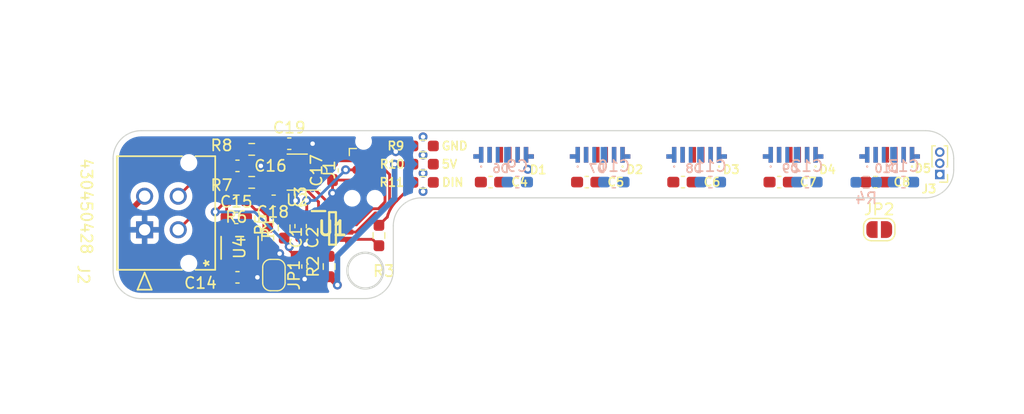
<source format=kicad_pcb>
(kicad_pcb (version 20221018) (generator pcbnew)
  (layers (0 "F.Cu" signal) (31 "B.Cu" signal) (34 "B.Paste" user) (35 "F.Paste" user) (36 "B.SilkS" user "B.Silkscreen") (37 "F.SilkS" user "F.Silkscreen") (38 "B.Mask" user) (39 "F.Mask" user) (44 "Edge.Cuts" user))
  (net 0 "")
  (net 1 "+3.3V")
  (net 2 "GND")
  (net 3 "+5V")
  (net 5 "Net-(D1-DOUT)")
  (net 6 "Net-(D1-DIN)")
  (net 8 "Net-(D2-DOUT)")
  (net 10 "Net-(D3-DOUT)")
  (net 12 "Net-(D4-DOUT)")
  (net 14 "Net-(D5-DOUT)")
  (net 16 "Net-(U2-CANH)")
  (net 17 "Net-(U2-CANL)")
  (net 18 "Net-(U1-PA0)")
  (net 19 "Net-(U1-PA27_{slash}_A0{slash}UART_TX)")
  (net 20 "Net-(U1-PA24_{slash}_A3{slash}UART_RX)")
  (net 21 "Net-(D6-DOUT)")
  (net 23 "Net-(D7-DOUT)")
  (net 25 "Net-(D8-DOUT)")
  (net 27 "Net-(D10-DIN)")
  (net 29 "Net-(D10-DOUT)")
  (net 30 "Net-(U4-NC{slash}FB)")
  (net 31 "Net-(JP1-A)")
  (net 32 "Net-(JP2-A)")
  (net 33 "Net-(C16-Pad1)")
  (net 34 "Net-(U2-STB)")
  (net 35 "Net-(U2-SHDN)")
  (net 36 "Net-(J1-~{RESET})")
  (net 37 "Net-(J1-SWCLK)")
  (net 38 "Net-(J1-SWDIO)")
  (net 40 "GND2")
  (net 41 "VDD")
  (net 42 "Net-(R11-Pad2)")
  (footprint "Capacitor_SMD:C_0603_1608Metric_Pad1.08x0.95mm_HandSolder" (layer "F.Cu") (at 81.4567 57.6834)
    (fp_text reference "C4" (at 2.5919 0) (layer "F.SilkS") (effects (font (size 0.75 0.75))))
    (fp_text value "1uF")
    (pad "1" smd roundrect (at -0.8625 0) (size 1.075 0.95) (layers "F.Cu" "F.Paste" "F.Mask") (net 41 "VDD"))
    (pad "2" smd roundrect (at 0.8625 0) (size 1.075 0.95) (layers "F.Cu" "F.Paste" "F.Mask") (net 40 "GND2"))
  )
  (footprint "Capacitor_SMD:C_0603_1608Metric_Pad1.08x0.95mm_HandSolder" (layer "F.Cu") (at 58.8772 56.2356)
    (fp_text reference "C16" (at 2.9464 0) (layer "F.SilkS"))
    (fp_text value "1uF")
    (pad "1" smd roundrect (at -0.8625 0) (size 1.075 0.95) (layers "F.Cu" "F.Paste" "F.Mask") (net 33 "Net-(C16-Pad1)"))
    (pad "2" smd roundrect (at 0.8625 0) (size 1.075 0.95) (layers "F.Cu" "F.Paste" "F.Mask") (net 2 "GND"))
  )
  (footprint "TPS76333DBVR:DBV5" (layer "F.Cu") (at 59.069999 63.5576 90)
    (fp_text reference "U4" (at 0 0 90 unlocked) (layer "F.SilkS"))
    (fp_text value "TPS76333DBVR")
    (fp_text user "*" (at -1.3716 -2.6518 90) (layer "F.SilkS"))
    (fp_text user "*" (at -1.3716 -2.6518 90 unlocked) (layer "F.SilkS"))
    (pad "1" smd rect (at -1.1176 -0.950001 90) (size 1.4732 0.5588) (layers "F.Cu" "F.Paste" "F.Mask") (net 3 "+5V"))
    (pad "2" smd rect (at -1.1176 0 90) (size 1.4732 0.5588) (layers "F.Cu" "F.Paste" "F.Mask") (net 2 "GND"))
    (pad "3" smd rect (at -1.1176 0.950001 90) (size 1.4732 0.5588) (layers "F.Cu" "F.Paste" "F.Mask") (net 31 "Net-(JP1-A)"))
    (pad "4" smd rect (at 1.1176 0.950001 90) (size 1.4732 0.5588) (layers "F.Cu" "F.Paste" "F.Mask") (net 30 "Net-(U4-NC{slash}FB)"))
    (pad "5" smd rect (at 1.1176 -0.950001 90) (size 1.4732 0.5588) (layers "F.Cu" "F.Paste" "F.Mask") (net 1 "+3.3V"))
  )
  (footprint "Resistor_SMD:R_0603_1608Metric_Pad0.98x0.95mm_HandSolder" (layer "F.Cu") (at 58.773473 59.369105 180)
    (fp_text reference "R6" (at 0 -1.43) (layer "F.SilkS"))
    (fp_text value "301K")
    (pad "1" smd roundrect (at -0.9125 0 180) (size 0.975 0.95) (layers "F.Cu" "F.Paste" "F.Mask") (net 30 "Net-(U4-NC{slash}FB)"))
    (pad "2" smd roundrect (at 0.9125 0 180) (size 0.975 0.95) (layers "F.Cu" "F.Paste" "F.Mask") (net 1 "+3.3V"))
  )
  (footprint "Resistor_SMD:R_0603_1608Metric_Pad0.98x0.95mm_HandSolder" (layer "F.Cu") (at 75.438 56.0832)
    (fp_text reference "R10" (at -1.5748 0) (layer "F.SilkS") (effects (font (size 0.75 0.75) (thickness 0.15) bold) (justify right)))
    (fp_text value "0")
    (pad "1" smd roundrect (at -0.9125 0) (size 0.975 0.95) (layers "F.Cu" "F.Paste" "F.Mask") (net 3 "+5V"))
    (pad "2" smd roundrect (at 0.9125 0) (size 0.975 0.95) (layers "F.Cu" "F.Paste" "F.Mask") (net 41 "VDD"))
  )
  (footprint "Resistor_SMD:R_0603_1608Metric_Pad0.98x0.95mm_HandSolder" (layer "F.Cu") (at 60.1472 57.7088)
    (fp_text reference "R7" (at -2.6943 0.254 -360) (layer "F.SilkS"))
    (fp_text value "60")
    (pad "1" smd roundrect (at -0.9125 0) (size 0.975 0.95) (layers "F.Cu" "F.Paste" "F.Mask") (net 33 "Net-(C16-Pad1)"))
    (pad "2" smd roundrect (at 0.9125 0) (size 0.975 0.95) (layers "F.Cu" "F.Paste" "F.Mask") (net 16 "Net-(U2-CANH)"))
  )
  (footprint "Capacitor_SMD:C_0603_1608Metric_Pad1.08x0.95mm_HandSolder" (layer "F.Cu") (at 62.1075 59.360001)
    (fp_text reference "C18" (at -0.0807 0.990399 -360) (layer "F.SilkS"))
    (fp_text value "1uF")
    (pad "1" smd roundrect (at -0.8625 0) (size 1.075 0.95) (layers "F.Cu" "F.Paste" "F.Mask") (net 34 "Net-(U2-STB)"))
    (pad "2" smd roundrect (at 0.8625 0) (size 1.075 0.95) (layers "F.Cu" "F.Paste" "F.Mask") (net 2 "GND"))
  )
  (footprint "Jumper:SolderJumper-2_P1.3mm_Open_RoundedPad1.0x1.5mm" (layer "F.Cu") (at 116.1392 61.9252)
    (fp_text reference "JP2" (at 0 -1.8) (layer "F.SilkS"))
    (fp_text value "SolderJumper_2_Open")
    (pad "1" smd custom (at -0.65 0) (size 1 0.5) (layers "F.Cu" "F.Mask") (net 32 "Net-(JP2-A)") (options (clearance outline) (anchor rect)) (primitives (gr_circle (center 0 0.25) (end 0.5 0.25) (width 0) (fill yes)) (gr_circle (center 0 -0.25) (end 0.5 -0.25) (width 0) (fill yes)) (gr_poly (pts (xy 0.5 0.75) (xy 0 0.75) (xy 0 -0.75) (xy 0.5 -0.75)) (width 0) (fill yes))))
    (pad "2" smd custom (at 0.65 0) (size 1 0.5) (layers "F.Cu" "F.Mask") (net 40 "GND2") (options (clearance outline) (anchor rect)) (primitives (gr_circle (center 0 0.25) (end 0.5 0.25) (width 0) (fill yes)) (gr_circle (center 0 -0.25) (end 0.5 -0.25) (width 0) (fill yes)) (gr_poly (pts (xy 0 0.75) (xy -0.5 0.75) (xy -0.5 -0.75) (xy 0 -0.75)) (width 0) (fill yes))))
  )
  (footprint "Capacitor_SMD:C_0603_1608Metric_Pad1.08x0.95mm_HandSolder" (layer "F.Cu") (at 90.042525 57.6834)
    (fp_text reference "C5" (at 2.591275 0) (layer "F.SilkS") (effects (font (size 0.75 0.75))))
    (fp_text value "1uF")
    (pad "1" smd roundrect (at -0.8625 0) (size 1.075 0.95) (layers "F.Cu" "F.Paste" "F.Mask") (net 41 "VDD"))
    (pad "2" smd roundrect (at 0.8625 0) (size 1.075 0.95) (layers "F.Cu" "F.Paste" "F.Mask") (net 40 "GND2"))
  )
  (footprint "Capacitor_SMD:C_0603_1608Metric_Pad1.08x0.95mm_HandSolder" (layer "F.Cu") (at 58.774501 60.8801)
    (fp_text reference "C15" (at 0 -1.43) (layer "F.SilkS"))
    (fp_text value "4.7uF")
    (pad "1" smd roundrect (at -0.8625 0) (size 1.075 0.95) (layers "F.Cu" "F.Paste" "F.Mask") (net 1 "+3.3V"))
    (pad "2" smd roundrect (at 0.8625 0) (size 1.075 0.95) (layers "F.Cu" "F.Paste" "F.Mask") (net 2 "GND"))
  )
  (footprint "Capacitor_SMD:C_0603_1608Metric_Pad1.08x0.95mm_HandSolder" (layer "F.Cu") (at 63.5 54.2544)
    (fp_text reference "C19" (at 0 -1.43 -360) (layer "F.SilkS"))
    (fp_text value "1uF")
    (pad "1" smd roundrect (at -0.8625 0) (size 1.075 0.95) (layers "F.Cu" "F.Paste" "F.Mask") (net 35 "Net-(U2-SHDN)"))
    (pad "2" smd roundrect (at 0.8625 0) (size 1.075 0.95) (layers "F.Cu" "F.Paste" "F.Mask") (net 2 "GND"))
  )
  (footprint "Capacitor_SMD:C_0603_1608Metric_Pad1.08x0.95mm_HandSolder" (layer "F.Cu") (at 67.3608 56.642 90)
    (fp_text reference "C17" (at 0 -1.43 -270) (layer "F.SilkS"))
    (fp_text value "1uF")
    (pad "1" smd roundrect (at -0.8625 0 90) (size 1.075 0.95) (layers "F.Cu" "F.Paste" "F.Mask") (net 2 "GND"))
    (pad "2" smd roundrect (at 0.8625 0 90) (size 1.075 0.95) (layers "F.Cu" "F.Paste" "F.Mask") (net 1 "+3.3V"))
  )
  (footprint "430450428:CON_430450428_MOL" (layer "F.Cu") (at 50.594001 61.945649 -90)
    (fp_text reference "J2" (at 3.999999 5.46 -90 unlocked) (layer "F.SilkS"))
    (fp_text value "430450428")
    (fp_text user "430450428" (at -2.1 5.2 -90 unlocked) (layer "F.SilkS"))
    (pad "" np_thru_hole circle (at -5.999983 -3.94 270) (size 1.02 1.02) (drill 1.02) (layers "*.Cu" "*.Mask"))
    (pad "" np_thru_hole circle (at 2.999999 -3.94 270) (size 1.02 1.02) (drill 1.02) (layers "*.Cu" "*.Mask"))
    (pad "1" thru_hole rect (at 0 0 270) (size 1.52 1.52) (drill 1.02) (layers "*.Cu" "*.Mask") (net 2 "GND"))
    (pad "2" thru_hole circle (at -2.999999 0 270) (size 1.52 1.52) (drill 1.02) (layers "*.Cu" "*.Mask") (net 3 "+5V"))
    (pad "3" thru_hole circle (at 0 -2.999999 270) (size 1.52 1.52) (drill 1.02) (layers "*.Cu" "*.Mask") (net 16 "Net-(U2-CANH)"))
    (pad "4" thru_hole circle (at -2.999999 -2.999999 270) (size 1.52 1.52) (drill 1.02) (layers "*.Cu" "*.Mask") (net 17 "Net-(U2-CANL)"))
  )
  (footprint "Capacitor_SMD:C_0603_1608Metric_Pad1.08x0.95mm_HandSolder" (layer "F.Cu") (at 58.8772 66.1924)
    (fp_text reference "C14" (at -3.302 0.508) (layer "F.SilkS"))
    (fp_text value "1uF")
    (pad "1" smd roundrect (at -0.8625 0) (size 1.075 0.95) (layers "F.Cu" "F.Paste" "F.Mask") (net 3 "+5V"))
    (pad "2" smd roundrect (at 0.8625 0) (size 1.075 0.95) (layers "F.Cu" "F.Paste" "F.Mask") (net 2 "GND"))
  )
  (footprint "Resistor_SMD:R_0603_1608Metric_Pad0.98x0.95mm_HandSolder" (layer "F.Cu") (at 75.438 54.4576 180)
    (fp_text reference "R9" (at 1.6002 0 180) (layer "F.SilkS") (effects (font (size 0.75 0.75) (thickness 0.15) bold) (justify right)))
    (fp_text value "0")
    (pad "1" smd roundrect (at -0.9125 0 180) (size 0.975 0.95) (layers "F.Cu" "F.Paste" "F.Mask") (net 40 "GND2"))
    (pad "2" smd roundrect (at 0.9125 0 180) (size 0.975 0.95) (layers "F.Cu" "F.Paste" "F.Mask") (net 2 "GND"))
  )
  (footprint "Capacitor_SMD:C_0603_1608Metric_Pad1.08x0.95mm_HandSolder" (layer "F.Cu") (at 115.8 57.6834)
    (fp_text reference "C8" (at 2.3608 0) (layer "F.SilkS") (effects (font (size 0.75 0.75))))
    (fp_text value "1uF")
    (pad "1" smd roundrect (at -0.8625 0) (size 1.075 0.95) (layers "F.Cu" "F.Paste" "F.Mask") (net 41 "VDD"))
    (pad "2" smd roundrect (at 0.8625 0) (size 1.075 0.95) (layers "F.Cu" "F.Paste" "F.Mask") (net 40 "GND2"))
  )
  (footprint "Capacitor_SMD:C_0603_1608Metric_Pad1.08x0.95mm_HandSolder" (layer "F.Cu") (at 98.62835 57.6834)
    (fp_text reference "C6" (at 2.59065 0) (layer "F.SilkS") (effects (font (size 0.75 0.75))))
    (fp_text value "1uF")
    (pad "1" smd roundrect (at -0.8625 0) (size 1.075 0.95) (layers "F.Cu" "F.Paste" "F.Mask") (net 41 "VDD"))
    (pad "2" smd roundrect (at 0.8625 0) (size 1.075 0.95) (layers "F.Cu" "F.Paste" "F.Mask") (net 40 "GND2"))
  )
  (footprint "Package_TO_SOT_SMD:SOT-23-8_Handsoldering" (layer "F.Cu") (at 64.2112 56.7944 180)
    (fp_text reference "U2" (at 0 -2.5) (layer "F.SilkS"))
    (fp_text value "TCAN334")
    (pad "1" smd rect (at -1.35 -0.98 180) (size 1.56 0.4) (layers "F.Cu" "F.Paste" "F.Mask") (net 20 "Net-(U1-PA24_{slash}_A3{slash}UART_RX)"))
    (pad "2" smd rect (at -1.35 -0.33 180) (size 1.56 0.4) (layers "F.Cu" "F.Paste" "F.Mask") (net 2 "GND"))
    (pad "3" smd rect (at -1.35 0.33 180) (size 1.56 0.4) (layers "F.Cu" "F.Paste" "F.Mask") (net 1 "+3.3V"))
    (pad "4" smd rect (at -1.35 0.98 180) (size 1.56 0.4) (layers "F.Cu" "F.Paste" "F.Mask") (net 19 "Net-(U1-PA27_{slash}_A0{slash}UART_TX)"))
    (pad "5" smd rect (at 1.35 0.98 180) (size 1.56 0.4) (layers "F.Cu" "F.Paste" "F.Mask") (net 35 "Net-(U2-SHDN)"))
    (pad "6" smd rect (at 1.35 0.33 180) (size 1.56 0.4) (layers "F.Cu" "F.Paste" "F.Mask") (net 17 "Net-(U2-CANL)"))
    (pad "7" smd rect (at 1.35 -0.33 180) (size 1.56 0.4) (layers "F.Cu" "F.Paste" "F.Mask") (net 16 "Net-(U2-CANH)"))
    (pad "8" smd rect (at 1.35 -0.98 180) (size 1.56 0.4) (layers "F.Cu" "F.Paste" "F.Mask") (net 34 "Net-(U2-STB)"))
  )
  (footprint "Capacitor_SMD:C_0603_1608Metric_Pad1.08x0.95mm_HandSolder" (layer "F.Cu") (at 107.214175 57.6834)
    (fp_text reference "C7" (at 2.590025 0) (layer "F.SilkS") (effects (font (size 0.75 0.75))))
    (fp_text value "1uF")
    (pad "1" smd roundrect (at -0.8625 0) (size 1.075 0.95) (layers "F.Cu" "F.Paste" "F.Mask") (net 41 "VDD"))
    (pad "2" smd roundrect (at 0.8625 0) (size 1.075 0.95) (layers "F.Cu" "F.Paste" "F.Mask") (net 40 "GND2"))
  )
  (footprint "Resistor_SMD:R_0603_1608Metric_Pad0.98x0.95mm_HandSolder" (layer "F.Cu") (at 61.58 62.6475 -90)
    (fp_text reference "R5" (at -1.1795 0.62 90) (layer "F.SilkS"))
    (fp_text value "169K")
    (pad "1" smd roundrect (at -0.9125 0 270) (size 0.975 0.95) (layers "F.Cu" "F.Paste" "F.Mask") (net 30 "Net-(U4-NC{slash}FB)"))
    (pad "2" smd roundrect (at 0.9125 0 270) (size 0.975 0.95) (layers "F.Cu" "F.Paste" "F.Mask") (net 2 "GND"))
  )
  (footprint "Resistor_SMD:R_0603_1608Metric_Pad0.98x0.95mm_HandSolder" (layer "F.Cu") (at 60.1472 54.7624 180)
    (fp_text reference "R8" (at 2.6924 0.3556) (layer "F.SilkS"))
    (fp_text value "60")
    (pad "1" smd roundrect (at -0.9125 0 180) (size 0.975 0.95) (layers "F.Cu" "F.Paste" "F.Mask") (net 17 "Net-(U2-CANL)"))
    (pad "2" smd roundrect (at 0.9125 0 180) (size 0.975 0.95) (layers "F.Cu" "F.Paste" "F.Mask") (net 33 "Net-(C16-Pad1)"))
  )
  (footprint "IN-PI4818QAS5R5G5BPW:INPI4818QAS5R5G5BPW" (layer "F.Cu") (at 108.45545 54.945 180)
    (fp_text reference "D4" (at -3.066801 -1.6208) (layer "F.SilkS") (effects (font (size 0.75 0.75) (thickness 0.15) bold)))
    (fp_text value "~" hide)
    (pad "1" smd rect (at -2.45 -0.45 270) (size 0.4 0.5) (layers "F.Cu" "F.Paste" "F.Mask") (net 41 "VDD"))
    (pad "1" smd rect (at -2 -0.3 180) (size 0.4 1.4) (layers "F.Cu" "F.Paste" "F.Mask") (net 41 "VDD"))
    (pad "2" smd rect (at -1.25 -0.3 180) (size 0.4 1.4) (layers "F.Cu" "F.Paste" "F.Mask"))
    (pad "3" smd rect (at -0.525 -0.3 180) (size 0.35 1.4) (layers "F.Cu" "F.Paste" "F.Mask") (net 12 "Net-(D4-DOUT)"))
    (pad "4" smd rect (at 0.35 -0.3 180) (size 0.6 1.4) (layers "F.Cu" "F.Paste" "F.Mask") (net 40 "GND2"))
    (pad "5" smd rect (at 1.25 -0.3 180) (size 0.4 1.4) (layers "F.Cu" "F.Paste" "F.Mask") (net 41 "VDD"))
    (pad "6" smd rect (at 2 -0.3 180) (size 0.4 1.4) (layers "F.Cu" "F.Paste" "F.Mask") (net 10 "Net-(D3-DOUT)"))
    (pad "6" smd rect (at 2.45 -0.45 270) (size 0.4 0.5) (layers "F.Cu" "F.Paste" "F.Mask") (net 10 "Net-(D3-DOUT)"))
  )
  (footprint "Connector_PinHeader_1.00mm:PinHeader_1x03_P1.00mm_Vertical" (layer "F.Cu") (at 121.539 57.007 180)
    (fp_text reference "J3" (at 0.9652 -1.286) (layer "F.SilkS") (effects (font (size 0.75 0.75))))
    (fp_text value "Conn_01x03_Socket")
    (pad "1" thru_hole rect (at 0 0 180) (size 0.85 0.85) (drill 0.5) (layers "*.Cu" "*.Mask") (net 40 "GND2"))
    (pad "2" thru_hole oval (at 0 1 180) (size 0.85 0.85) (drill 0.5) (layers "*.Cu" "*.Mask") (net 41 "VDD"))
    (pad "3" thru_hole oval (at 0 2 180) (size 0.85 0.85) (drill 0.5) (layers "*.Cu" "*.Mask") (net 29 "Net-(D10-DOUT)"))
  )
  (footprint "MSPM0C1103SDDFR:SOT65P280X110-8N" (layer "F.Cu") (at 67.3608 61.8236)
    (fp_text reference "U1" (at 0 0) (layer "F.SilkS") (effects (font (size 1.27 1.27) (thickness 0.254))))
    (fp_text value "MSPM0C1103SDDFR" hide)
    (pad "1" smd rect (at -1.25 -0.975 90) (size 0.45 1.2) (layers "F.Cu" "F.Paste" "F.Mask") (net 19 "Net-(U1-PA27_{slash}_A0{slash}UART_TX)"))
    (pad "2" smd rect (at -1.25 -0.325 90) (size 0.45 1.2) (layers "F.Cu" "F.Paste" "F.Mask") (net 36 "Net-(J1-~{RESET})"))
    (pad "3" smd rect (at -1.25 0.325 90) (size 0.45 1.2) (layers "F.Cu" "F.Paste" "F.Mask") (net 2 "GND"))
    (pad "4" smd rect (at -1.25 0.975 90) (size 0.45 1.2) (layers "F.Cu" "F.Paste" "F.Mask") (net 1 "+3.3V"))
    (pad "5" smd rect (at 1.25 0.975 90) (size 0.45 1.2) (layers "F.Cu" "F.Paste" "F.Mask") (net 18 "Net-(U1-PA0)"))
    (pad "6" smd rect (at 1.25 0.325 90) (size 0.45 1.2) (layers "F.Cu" "F.Paste" "F.Mask") (net 38 "Net-(J1-SWDIO)"))
    (pad "7" smd rect (at 1.25 -0.325 90) (size 0.45 1.2) (layers "F.Cu" "F.Paste" "F.Mask") (net 37 "Net-(J1-SWCLK)"))
    (pad "8" smd rect (at 1.25 -0.975 90) (size 0.45 1.2) (layers "F.Cu" "F.Paste" "F.Mask") (net 20 "Net-(U1-PA24_{slash}_A3{slash}UART_RX)"))
  )
  (footprint "Connector:Tag-Connect_TC2030-IDC-NL_2x03_P1.27mm_Vertical" (layer "F.Cu") (at 70.1294 56.5912 -90)
    (fp_text reference "J1" (at 0 3.0556 90) (layer "F.SilkS"))
    (fp_text value "Conn_ARM_SWD_TagConnect_TC2030-NL")
    (pad "" np_thru_hole circle (at -2.54 0 270) (size 0.9906 0.9906) (drill 0.9906) (layers "*.Cu" "*.Mask"))
    (pad "" np_thru_hole circle (at 2.54 -1.016 270) (size 0.9906 0.9906) (drill 0.9906) (layers "*.Cu" "*.Mask"))
    (pad "" np_thru_hole circle (at 2.54 1.016 270) (size 0.9906 0.9906) (drill 0.9906) (layers "*.Cu" "*.Mask"))
    (pad "1" connect circle (at -1.27 0.635 270) (size 0.7874 0.7874) (layers "F.Cu" "F.Mask") (net 1 "+3.3V"))
    (pad "2" connect circle (at -1.27 -0.635 270) (size 0.7874 0.7874) (layers "F.Cu" "F.Mask") (net 38 "Net-(J1-SWDIO)"))
    (pad "3" connect circle (at 0 0.635 270) (size 0.7874 0.7874) (layers "F.Cu" "F.Mask") (net 36 "Net-(J1-~{RESET})"))
    (pad "4" connect circle (at 0 -0.635 270) (size 0.7874 0.7874) (layers "F.Cu" "F.Mask") (net 37 "Net-(J1-SWCLK)"))
    (pad "5" connect circle (at 1.27 0.635 270) (size 0.7874 0.7874) (layers "F.Cu" "F.Mask") (net 2 "GND"))
    (pad "6" connect circle (at 1.27 -0.635 270) (size 0.7874 0.7874) (layers "F.Cu" "F.Mask"))
  )
  (footprint "IN-PI4818QAS5R5G5BPW:INPI4818QAS5R5G5BPW" (layer "F.Cu") (at 91.23595 54.945 180)
    (fp_text reference "D2" (at -3.092201 -1.6208) (layer "F.SilkS") (effects (font (size 0.75 0.75) (thickness 0.15) bold)))
    (fp_text value "~" hide)
    (pad "1" smd rect (at -2.45 -0.45 270) (size 0.4 0.5) (layers "F.Cu" "F.Paste" "F.Mask") (net 41 "VDD"))
    (pad "1" smd rect (at -2 -0.3 180) (size 0.4 1.4) (layers "F.Cu" "F.Paste" "F.Mask") (net 41 "VDD"))
    (pad "2" smd rect (at -1.25 -0.3 180) (size 0.4 1.4) (layers "F.Cu" "F.Paste" "F.Mask"))
    (pad "3" smd rect (at -0.525 -0.3 180) (size 0.35 1.4) (layers "F.Cu" "F.Paste" "F.Mask") (net 8 "Net-(D2-DOUT)"))
    (pad "4" smd rect (at 0.35 -0.3 180) (size 0.6 1.4) (layers "F.Cu" "F.Paste" "F.Mask") (net 40 "GND2"))
    (pad "5" smd rect (at 1.25 -0.3 180) (size 0.4 1.4) (layers "F.Cu" "F.Paste" "F.Mask") (net 41 "VDD"))
    (pad "6" smd rect (at 2 -0.3 180) (size 0.4 1.4) (layers "F.Cu" "F.Paste" "F.Mask") (net 5 "Net-(D1-DOUT)"))
    (pad "6" smd rect (at 2.45 -0.45 270) (size 0.4 0.5) (layers "F.Cu" "F.Paste" "F.Mask") (net 5 "Net-(D1-DOUT)"))
  )
  (footprint "Capacitor_SMD:C_0603_1608Metric_Pad1.08x0.95mm_HandSolder" (layer "F.Cu") (at 64.1096 65.2272 -90)
    (fp_text reference "C1" (at -2.5908 0 90) (layer "F.SilkS"))
    (fp_text value "10uF")
    (pad "1" smd roundrect (at -0.8625 0 270) (size 1.075 0.95) (layers "F.Cu" "F.Paste" "F.Mask") (net 1 "+3.3V"))
    (pad "2" smd roundrect (at 0.8625 0 270) (size 1.075 0.95) (layers "F.Cu" "F.Paste" "F.Mask") (net 2 "GND"))
  )
  (footprint "Resistor_SMD:R_0603_1608Metric_Pad0.98x0.95mm_HandSolder" (layer "F.Cu") (at 75.438 57.7088 180)
    (fp_text reference "R11" (at 1.6002 0 180) (layer "F.SilkS") (effects (font (size 0.75 0.75)) (justify right)))
    (fp_text value "0")
    (pad "1" smd roundrect (at -0.9125 0 180) (size 0.975 0.95) (layers "F.Cu" "F.Paste" "F.Mask") (net 6 "Net-(D1-DIN)"))
    (pad "2" smd roundrect (at 0.9125 0 180) (size 0.975 0.95) (layers "F.Cu" "F.Paste" "F.Mask") (net 42 "Net-(R11-Pad2)"))
  )
  (footprint "Resistor_SMD:R_0603_1608Metric_Pad0.98x0.95mm_HandSolder" (layer "F.Cu") (at 71.501 62.4586 90)
    (fp_text reference "R3" (at -3.175 0.45) (layer "F.SilkS"))
    (fp_text value "500")
    (pad "1" smd roundrect (at -0.9125 0 90) (size 0.975 0.95) (layers "F.Cu" "F.Paste" "F.Mask") (net 18 "Net-(U1-PA0)"))
    (pad "2" smd roundrect (at 0.9125 0 90) (size 0.975 0.95) (layers "F.Cu" "F.Paste" "F.Mask") (net 42 "Net-(R11-Pad2)"))
  )
  (footprint "Jumper:SolderJumper-2_P1.3mm_Open_RoundedPad1.0x1.5mm" (layer "F.Cu") (at 62.1284 65.9892 -90)
    (fp_text reference "JP1" (at 0 -1.8 90) (layer "F.SilkS"))
    (fp_text value "SolderJumper_2_Open")
    (pad "1" smd custom (at -0.65 0 270) (size 1 0.5) (layers "F.Cu" "F.Mask") (net 31 "Net-(JP1-A)") (options (clearance outline) (anchor rect)) (primitives (gr_circle (center 0 0.25) (end 0.5 0.25) (width 0) (fill yes)) (gr_circle (center 0 -0.25) (end 0.5 -0.25) (width 0) (fill yes)) (gr_poly (pts (xy 0.5 0.75) (xy 0 0.75) (xy 0 -0.75) (xy 0.5 -0.75)) (width 0) (fill yes))))
    (pad "2" smd custom (at 0.65 0 270) (size 1 0.5) (layers "F.Cu" "F.Mask") (net 3 "+5V") (options (clearance outline) (anchor rect)) (primitives (gr_circle (center 0 0.25) (end 0.5 0.25) (width 0) (fill yes)) (gr_circle (center 0 -0.25) (end 0.5 -0.25) (width 0) (fill yes)) (gr_poly (pts (xy 0 0.75) (xy -0.5 0.75) (xy -0.5 -0.75) (xy 0 -0.75)) (width 0) (fill yes))))
  )
  (footprint "IN-PI4818QAS5R5G5BPW:INPI4818QAS5R5G5BPW" (layer "F.Cu") (at 99.8457 54.9474 180)
    (fp_text reference "D3" (at -3.085001 -1.6184) (layer "F.SilkS") (effects (font (size 0.75 0.75) (thickness 0.15) bold)))
    (fp_text value "~" hide)
    (pad "1" smd rect (at -2.45 -0.45 270) (size 0.4 0.5) (layers "F.Cu" "F.Paste" "F.Mask") (net 41 "VDD"))
    (pad "1" smd rect (at -2 -0.3 180) (size 0.4 1.4) (layers "F.Cu" "F.Paste" "F.Mask") (net 41 "VDD"))
    (pad "2" smd rect (at -1.25 -0.3 180) (size 0.4 1.4) (layers "F.Cu" "F.Paste" "F.Mask"))
    (pad "3" smd rect (at -0.525 -0.3 180) (size 0.35 1.4) (layers "F.Cu" "F.Paste" "F.Mask") (net 10 "Net-(D3-DOUT)"))
    (pad "4" smd rect (at 0.35 -0.3 180) (size 0.6 1.4) (layers "F.Cu" "F.Paste" "F.Mask") (net 40 "GND2"))
    (pad "5" smd rect (at 1.25 -0.3 180) (size 0.4 1.4) (layers "F.Cu" "F.Paste" "F.Mask") (net 41 "VDD"))
    (pad "6" smd rect (at 2 -0.3 180) (size 0.4 1.4) (layers "F.Cu" "F.Paste" "F.Mask") (net 8 "Net-(D2-DOUT)"))
    (pad "6" smd rect (at 2.45 -0.45 270) (size 0.4 0.5) (layers "F.Cu" "F.Paste" "F.Mask") (net 8 "Net-(D2-DOUT)"))
  )
  (footprint "Resistor_SMD:R_0603_1608Metric_Pad0.98x0.95mm_HandSolder" (layer "F.Cu") (at 63.0428 61.7728 90)
    (fp_text reference "R1" (at 0 -1.43 90) (layer "F.SilkS"))
    (fp_text value "47K")
    (pad "1" smd roundrect (at -0.9125 0 90) (size 0.975 0.95) (layers "F.Cu" "F.Paste" "F.Mask") (net 1 "+3.3V"))
    (pad "2" smd roundrect (at 0.9125 0 90) (size 0.975 0.95) (layers "F.Cu" "F.Paste" "F.Mask") (net 36 "Net-(J1-~{RESET})"))
  )
  (footprint "Capacitor_SMD:C_0603_1608Metric_Pad1.08x0.95mm_HandSolder" (layer "F.Cu") (at 64.516 61.6204 -90)
    (fp_text reference "C3" (at -2.589701 0 90) (layer "F.SilkS"))
    (fp_text value "10nF")
    (pad "1" smd roundrect (at -0.8625 0 270) (size 1.075 0.95) (layers "F.Cu" "F.Paste" "F.Mask") (net 36 "Net-(J1-~{RESET})"))
    (pad "2" smd roundrect (at 0.8625 0 270) (size 1.075 0.95) (layers "F.Cu" "F.Paste" "F.Mask") (net 2 "GND"))
  )
  (footprint "Capacitor_SMD:C_0603_1608Metric_Pad1.08x0.95mm_HandSolder" (layer "F.Cu") (at 65.5828 65.2272 -90)
    (fp_text reference "C2" (at -2.589701 0 90) (layer "F.SilkS"))
    (fp_text value "0.1uF")
    (pad "1" smd roundrect (at -0.8625 0 270) (size 1.075 0.95) (layers "F.Cu" "F.Paste" "F.Mask") (net 1 "+3.3V"))
    (pad "2" smd roundrect (at 0.8625 0 270) (size 1.075 0.95) (layers "F.Cu" "F.Paste" "F.Mask") (net 2 "GND"))
  )
  (footprint "IN-PI4818QAS5R5G5BPW:INPI4818QAS5R5G5BPW" (layer "F.Cu") (at 82.6262 54.9418 180)
    (fp_text reference "D1" (at -3.0734 -1.6494) (layer "F.SilkS") (effects (font (size 0.75 0.75) (thickness 0.15) bold)))
    (fp_text value "~" hide)
    (pad "1" smd rect (at -2.45 -0.45 270) (size 0.4 0.5) (layers "F.Cu" "F.Paste" "F.Mask") (net 41 "VDD"))
    (pad "1" smd rect (at -2 -0.3 180) (size 0.4 1.4) (layers "F.Cu" "F.Paste" "F.Mask") (net 41 "VDD"))
    (pad "2" smd rect (at -1.25 -0.3 180) (size 0.4 1.4) (layers "F.Cu" "F.Paste" "F.Mask"))
    (pad "3" smd rect (at -0.525 -0.3 180) (size 0.35 1.4) (layers "F.Cu" "F.Paste" "F.Mask") (net 5 "Net-(D1-DOUT)"))
    (pad "4" smd rect (at 0.35 -0.3 180) (size 0.6 1.4) (layers "F.Cu" "F.Paste" "F.Mask") (net 40 "GND2"))
    (pad "5" smd rect (at 1.25 -0.3 180) (size 0.4 1.4) (layers "F.Cu" "F.Paste" "F.Mask") (net 41 "VDD"))
    (pad "6" smd rect (at 2 -0.3 180) (size 0.4 1.4) (layers "F.Cu" "F.Paste" "F.Mask") (net 6 "Net-(D1-DIN)"))
    (pad "6" smd rect (at 2.45 -0.45 270) (size 0.4 0.5) (layers "F.Cu" "F.Paste" "F.Mask") (net 6 "Net-(D1-DIN)"))
  )
  (footprint "IN-PI4818QAS5R5G5BPW:INPI4818QAS5R5G5BPW" (layer "F.Cu") (at 117.0652 54.945 180)
    (fp_text reference "D5" (at -2.9498 -1.5192) (layer "F.SilkS") (effects (font (size 0.75 0.75) (thickness 0.15) bold)))
    (fp_text value "~" hide)
    (pad "1" smd rect (at -2.45 -0.45 270) (size 0.4 0.5) (layers "F.Cu" "F.Paste" "F.Mask") (net 41 "VDD"))
    (pad "1" smd rect (at -2 -0.3 180) (size 0.4 1.4) (layers "F.Cu" "F.Paste" "F.Mask") (net 41 "VDD"))
    (pad "2" smd rect (at -1.25 -0.3 180) (size 0.4 1.4) (layers "F.Cu" "F.Paste" "F.Mask"))
    (pad "3" smd rect (at -0.525 -0.3 180) (size 0.35 1.4) (layers "F.Cu" "F.Paste" "F.Mask") (net 14 "Net-(D5-DOUT)"))
    (pad "4" smd rect (at 0.35 -0.3 180) (size 0.6 1.4) (layers "F.Cu" "F.Paste" "F.Mask") (net 40 "GND2"))
    (pad "5" smd rect (at 1.25 -0.3 180) (size 0.4 1.4) (layers "F.Cu" "F.Paste" "F.Mask") (net 41 "VDD"))
    (pad "6" smd rect (at 2 -0.3 180) (size 0.4 1.4) (layers "F.Cu" "F.Paste" "F.Mask") (net 12 "Net-(D4-DOUT)"))
    (pad "6" smd rect (at 2.45 -0.45 270) (size 0.4 0.5) (layers "F.Cu" "F.Paste" "F.Mask") (net 12 "Net-(D4-DOUT)"))
  )
  (footprint "Resistor_SMD:R_0603_1608Metric_Pad0.98x0.95mm_HandSolder" (layer "F.Cu") (at 67.056 65.2272 90)
    (fp_text reference "R2" (at 0 -1.43 90) (layer "F.SilkS"))
    (fp_text value "2.2K")
    (pad "1" smd roundrect (at -0.9125 0 90) (size 0.975 0.95) (layers "F.Cu" "F.Paste" "F.Mask") (net 3 "+5V"))
    (pad "2" smd roundrect (at 0.9125 0 90) (size 0.975 0.95) (layers "F.Cu" "F.Paste" "F.Mask") (net 18 "Net-(U1-PA0)"))
  )
  (footprint "IN-PI4818QAS5R5G5BPW:INPI4818QAS5R5G5BPW" (layer "B.Cu") (at 82.6208 54.9474)
    (fp_text reference "D6" (at -0.254 1.524) (layer "B.SilkS") (effects (font (size 0.75 0.75) (thickness 0.15) bold) (justify mirror)))
    (fp_text value "~" hide)
    (pad "1" smd rect (at -2.45 0.45 270) (size 0.4 0.5) (layers "B.Cu" "B.Paste" "B.Mask") (net 41 "VDD"))
    (pad "1" smd rect (at -2 0.3) (size 0.4 1.4) (layers "B.Cu" "B.Paste" "B.Mask") (net 41 "VDD"))
    (pad "2" smd rect (at -1.25 0.3) (size 0.4 1.4) (layers "B.Cu" "B.Paste" "B.Mask"))
    (pad "3" smd rect (at -0.525 0.3) (size 0.35 1.4) (layers "B.Cu" "B.Paste" "B.Mask") (net 21 "Net-(D6-DOUT)"))
    (pad "4" smd rect (at 0.35 0.3) (size 0.6 1.4) (layers "B.Cu" "B.Paste" "B.Mask") (net 40 "GND2"))
    (pad "5" smd rect (at 1.25 0.3) (size 0.4 1.4) (layers "B.Cu" "B.Paste" "B.Mask") (net 41 "VDD"))
    (pad "6" smd rect (at 2 0.3) (size 0.4 1.4) (layers "B.Cu" "B.Paste" "B.Mask") (net 14 "Net-(D5-DOUT)"))
    (pad "6" smd rect (at 2.45 0.45 270) (size 0.4 0.5) (layers "B.Cu" "B.Paste" "B.Mask") (net 14 "Net-(D5-DOUT)"))
  )
  (footprint "IN-PI4818QAS5R5G5BPW:INPI4818QAS5R5G5BPW" (layer "B.Cu") (at 99.843 54.9474)
    (fp_text reference "D8" (at -0.254 1.524) (layer "B.SilkS") (effects (font (size 0.75 0.75) (thickness 0.15) bold) (justify mirror)))
    (fp_text value "~" hide)
    (pad "1" smd rect (at -2.45 0.45 270) (size 0.4 0.5) (layers "B.Cu" "B.Paste" "B.Mask") (net 41 "VDD"))
    (pad "1" smd rect (at -2 0.3) (size 0.4 1.4) (layers "B.Cu" "B.Paste" "B.Mask") (net 41 "VDD"))
    (pad "2" smd rect (at -1.25 0.3) (size 0.4 1.4) (layers "B.Cu" "B.Paste" "B.Mask"))
    (pad "3" smd rect (at -0.525 0.3) (size 0.35 1.4) (layers "B.Cu" "B.Paste" "B.Mask") (net 25 "Net-(D8-DOUT)"))
    (pad "4" smd rect (at 0.35 0.3) (size 0.6 1.4) (layers "B.Cu" "B.Paste" "B.Mask") (net 40 "GND2"))
    (pad "5" smd rect (at 1.25 0.3) (size 0.4 1.4) (layers "B.Cu" "B.Paste" "B.Mask") (net 41 "VDD"))
    (pad "6" smd rect (at 2 0.3) (size 0.4 1.4) (layers "B.Cu" "B.Paste" "B.Mask") (net 23 "Net-(D7-DOUT)"))
    (pad "6" smd rect (at 2.45 0.45 270) (size 0.4 0.5) (layers "B.Cu" "B.Paste" "B.Mask") (net 23 "Net-(D7-DOUT)"))
  )
  (footprint "Capacitor_SMD:C_0603_1608Metric_Pad1.08x0.95mm_HandSolder" (layer "B.Cu") (at 83.8443 57.6834 180)
    (fp_text reference "C9" (at 0 1.43) (layer "B.SilkS") (effects (justify mirror)))
    (fp_text value "1uF")
    (pad "1" smd roundrect (at -0.8625 0 180) (size 1.075 0.95) (layers "B.Cu" "B.Paste" "B.Mask") (net 41 "VDD"))
    (pad "2" smd roundrect (at 0.8625 0 180) (size 1.075 0.95) (layers "B.Cu" "B.Paste" "B.Mask") (net 40 "GND2"))
  )
  (footprint "IN-PI4818QAS5R5G5BPW:INPI4818QAS5R5G5BPW" (layer "B.Cu") (at 91.2319 54.9474)
    (fp_text reference "D7" (at -0.254 1.524) (layer "B.SilkS") (effects (font (size 0.75 0.75) (thickness 0.15) bold) (justify mirror)))
    (fp_text value "~" hide)
    (pad "1" smd rect (at -2.45 0.45 270) (size 0.4 0.5) (layers "B.Cu" "B.Paste" "B.Mask") (net 41 "VDD"))
    (pad "1" smd rect (at -2 0.3) (size 0.4 1.4) (layers "B.Cu" "B.Paste" "B.Mask") (net 41 "VDD"))
    (pad "2" smd rect (at -1.25 0.3) (size 0.4 1.4) (layers "B.Cu" "B.Paste" "B.Mask"))
    (pad "3" smd rect (at -0.525 0.3) (size 0.35 1.4) (layers "B.Cu" "B.Paste" "B.Mask") (net 23 "Net-(D7-DOUT)"))
    (pad "4" smd rect (at 0.35 0.3) (size 0.6 1.4) (layers "B.Cu" "B.Paste" "B.Mask") (net 40 "GND2"))
    (pad "5" smd rect (at 1.25 0.3) (size 0.4 1.4) (layers "B.Cu" "B.Paste" "B.Mask") (net 41 "VDD"))
    (pad "6" smd rect (at 2 0.3) (size 0.4 1.4) (layers "B.Cu" "B.Paste" "B.Mask") (net 21 "Net-(D6-DOUT)"))
    (pad "6" smd rect (at 2.45 0.45 270) (size 0.4 0.5) (layers "B.Cu" "B.Paste" "B.Mask") (net 21 "Net-(D6-DOUT)"))
  )
  (footprint "IN-PI4818QAS5R5G5BPW:INPI4818QAS5R5G5BPW" (layer "B.Cu") (at 108.4541 54.9474)
    (fp_text reference "D9" (at -0.254 1.524) (layer "B.SilkS") (effects (font (size 0.75 0.75) (thickness 0.15) bold) (justify mirror)))
    (fp_text value "~" hide)
    (pad "1" smd rect (at -2.45 0.45 270) (size 0.4 0.5) (layers "B.Cu" "B.Paste" "B.Mask") (net 41 "VDD"))
    (pad "1" smd rect (at -2 0.3) (size 0.4 1.4) (layers "B.Cu" "B.Paste" "B.Mask") (net 41 "VDD"))
    (pad "2" smd rect (at -1.25 0.3) (size 0.4 1.4) (layers "B.Cu" "B.Paste" "B.Mask"))
    (pad "3" smd rect (at -0.525 0.3) (size 0.35 1.4) (layers "B.Cu" "B.Paste" "B.Mask") (net 27 "Net-(D10-DIN)"))
    (pad "4" smd rect (at 0.35 0.3) (size 0.6 1.4) (layers "B.Cu" "B.Paste" "B.Mask") (net 40 "GND2"))
    (pad "5" smd rect (at 1.25 0.3) (size 0.4 1.4) (layers "B.Cu" "B.Paste" "B.Mask") (net 41 "VDD"))
    (pad "6" smd rect (at 2 0.3) (size 0.4 1.4) (layers "B.Cu" "B.Paste" "B.Mask") (net 25 "Net-(D8-DOUT)"))
    (pad "6" smd rect (at 2.45 0.45 270) (size 0.4 0.5) (layers "B.Cu" "B.Paste" "B.Mask") (net 25 "Net-(D8-DOUT)"))
  )
  (footprint "Capacitor_SMD:C_0603_1608Metric_Pad1.08x0.95mm_HandSolder" (layer "B.Cu") (at 109.686075 57.6834 180)
    (fp_text reference "C12" (at 0 1.43) (layer "B.SilkS") (effects (justify mirror)))
    (fp_text value "1uF")
    (pad "1" smd roundrect (at -0.8625 0 180) (size 1.075 0.95) (layers "B.Cu" "B.Paste" "B.Mask") (net 41 "VDD"))
    (pad "2" smd roundrect (at 0.8625 0 180) (size 1.075 0.95) (layers "B.Cu" "B.Paste" "B.Mask") (net 40 "GND2"))
  )
  (footprint "Resistor_SMD:R_0603_1608Metric_Pad0.98x0.95mm_HandSolder" (layer "B.Cu") (at 114.975 57.7)
    (fp_text reference "R4" (at 0 1.43) (layer "B.SilkS") (effects (justify mirror)))
    (fp_text value "500")
    (pad "1" smd roundrect (at -0.9125 0) (size 0.975 0.95) (layers "B.Cu" "B.Paste" "B.Mask") (net 29 "Net-(D10-DOUT)"))
    (pad "2" smd roundrect (at 0.9125 0) (size 0.975 0.95) (layers "B.Cu" "B.Paste" "B.Mask") (net 32 "Net-(JP2-A)"))
  )
  (footprint "Capacitor_SMD:C_0603_1608Metric_Pad1.08x0.95mm_HandSolder" (layer "B.Cu") (at 101.07215 57.6834 180)
    (fp_text reference "C11" (at 0 1.43) (layer "B.SilkS") (effects (justify mirror)))
    (fp_text value "1uF")
    (pad "1" smd roundrect (at -0.8625 0 180) (size 1.075 0.95) (layers "B.Cu" "B.Paste" "B.Mask") (net 41 "VDD"))
    (pad "2" smd roundrect (at 0.8625 0 180) (size 1.075 0.95) (layers "B.Cu" "B.Paste" "B.Mask") (net 40 "GND2"))
  )
  (footprint "Capacitor_SMD:C_0603_1608Metric_Pad1.08x0.95mm_HandSolder" (layer "B.Cu") (at 118.3 57.6834 180)
    (fp_text reference "C13" (at 0 1.43) (layer "B.SilkS") (effects (justify mirror)))
    (fp_text value "1uF")
    (pad "1" smd roundrect (at -0.8625 0 180) (size 1.075 0.95) (layers "B.Cu" "B.Paste" "B.Mask") (net 41 "VDD"))
    (pad "2" smd roundrect (at 0.8625 0 180) (size 1.075 0.95) (layers "B.Cu" "B.Paste" "B.Mask") (net 40 "GND2"))
  )
  (footprint "IN-PI4818QAS5R5G5BPW:INPI4818QAS5R5G5BPW" (layer "B.Cu") (at 117.0652 54.9474)
    (fp_text reference "D10" (at -0.254 1.524) (layer "B.SilkS") (effects (font (size 0.75 0.75) (thickness 0.15) bold) (justify mirror)))
    (fp_text value "~" hide)
    (pad "1" smd rect (at -2.45 0.45 270) (size 0.4 0.5) (layers "B.Cu" "B.Paste" "B.Mask") (net 41 "VDD"))
    (pad "1" smd rect (at -2 0.3) (size 0.4 1.4) (layers "B.Cu" "B.Paste" "B.Mask") (net 41 "VDD"))
    (pad "2" smd rect (at -1.25 0.3) (size 0.4 1.4) (layers "B.Cu" "B.Paste" "B.Mask"))
    (pad "3" smd rect (at -0.525 0.3) (size 0.35 1.4) (layers "B.Cu" "B.Paste" "B.Mask") (net 29 "Net-(D10-DOUT)"))
    (pad "4" smd rect (at 0.35 0.3) (size 0.6 1.4) (layers "B.Cu" "B.Paste" "B.Mask") (net 40 "GND2"))
    (pad "5" smd rect (at 1.25 0.3) (size 0.4 1.4) (layers "B.Cu" "B.Paste" "B.Mask") (net 41 "VDD"))
    (pad "6" smd rect (at 2 0.3) (size 0.4 1.4) (layers "B.Cu" "B.Paste" "B.Mask") (net 27 "Net-(D10-DIN)"))
    (pad "6" smd rect (at 2.45 0.45 270) (size 0.4 0.5) (layers "B.Cu" "B.Paste" "B.Mask") (net 27 "Net-(D10-DIN)"))
  )
  (footprint "Capacitor_SMD:C_0603_1608Metric_Pad1.08x0.95mm_HandSolder" (layer "B.Cu") (at 92.458225 57.6834 180)
    (fp_text reference "C10" (at 0 1.43) (layer "B.SilkS") (effects (justify mirror)))
    (fp_text value "1uF")
    (pad "1" smd roundrect (at -0.8625 0 180) (size 1.075 0.95) (layers "B.Cu" "B.Paste" "B.Mask") (net 41 "VDD"))
    (pad "2" smd roundrect (at 0.8625 0 180) (size 1.075 0.95) (layers "B.Cu" "B.Paste" "B.Mask") (net 40 "GND2"))
  )
  (gr_line (start 72.782233 65.592767) (end 72.782233 61.592767) (stroke (width 0.1)) (layer "Edge.Cuts"))
  (gr_circle (center 70.282233 65.592767) (end 71.882233 65.592767) (stroke (width 0.2)) (fill none) (layer "Edge.Cuts"))
  (gr_arc (start 120.282233 53.092767) (mid 122.05 53.825) (end 122.782233 55.592767) (stroke (width 0.1)) (layer "Edge.Cuts"))
  (gr_arc (start 72.782233 61.592767) (mid 73.514466 59.825) (end 75.282233 59.092767) (stroke (width 0.1)) (layer "Edge.Cuts"))
  (gr_line (start 47.782233 55.592767) (end 47.782233 65.592767) (stroke (width 0.1)) (layer "Edge.Cuts"))
  (gr_line (start 72.782233 53.092767) (end 50.282233 53.092767) (stroke (width 0.1)) (layer "Edge.Cuts"))
  (gr_line (start 75.282233 59.092767) (end 120.282233 59.092767) (stroke (width 0.1)) (layer "Edge.Cuts"))
  (gr_line (start 122.782233 56.592767) (end 122.782233 55.592767) (stroke (width 0.1)) (layer "Edge.Cuts"))
  (gr_arc (start 72.782233 65.592767) (mid 72.05 67.360534) (end 70.282233 68.092767) (stroke (width 0.1)) (layer "Edge.Cuts"))
  (gr_line (start 120.282233 53.092767) (end 72.782233 53.092767) (stroke (width 0.1)) (layer "Edge.Cuts"))
  (gr_arc (start 50.282233 68.092767) (mid 48.514466 67.360534) (end 47.782233 65.592767) (stroke (width 0.1)) (layer "Edge.Cuts"))
  (gr_arc (start 47.782233 55.592767) (mid 48.514466 53.825) (end 50.282233 53.092767) (stroke (width 0.1)) (layer "Edge.Cuts"))
  (gr_line (start 50.282233 68.092767) (end 70.282233 68.092767) (stroke (width 0.1)) (layer "Edge.Cuts"))
  (gr_arc (start 122.782233 56.592767) (mid 122.05 58.360534) (end 120.282233 59.092767) (stroke (width 0.1)) (layer "Edge.Cuts"))
  (gr_text "GND" (at 77.0128 54.4576) (layer "F.SilkS") (effects (font (size 0.75 0.75) (thickness 0.15) bold) (justify left)))
  (gr_text "5V" (at 77.0128 56.0832) (layer "F.SilkS") (effects (font (size 0.75 0.75) (thickness 0.15) bold) (justify left)))
  (gr_text "DIN" (at 77.0382 57.7088) (layer "F.SilkS") (effects (font (size 0.75 0.75) (thickness 0.15) bold) (justify left)))
  (via (at 75.438 55.2704) (size 0.8) (drill 0.4) (layers "F.Cu" "B.Cu") (net 0))
  (via (at 75.438 53.6448) (size 0.8) (drill 0.4) (layers "F.Cu" "B.Cu") (net 0))
  (via (at 75.438 56.896) (size 0.8) (drill 0.4) (layers "F.Cu" "B.Cu") (net 0))
  (via (at 75.438 58.5216) (size 0.8) (drill 0.4) (layers "F.Cu" "B.Cu") (net 0))
  (via (at 84.7852 56.5404) (size 0.8) (drill 0.4) (layers "F.Cu" "B.Cu") (net 0))
  (segment (start 58.119998 62.44) (end 58.119998 61.088097) (width 0.25) (layer "F.Cu") (net 1))
  (segment (start 66.6759 56.4644) (end 67.3608 55.7795) (width 0.25) (layer "F.Cu") (net 1))
  (segment (start 63.0428 62.992) (end 63.5 63.4492) (width 0.25) (layer "F.Cu") (net 1))
  (segment (start 57.860973 59.369105) (end 57.860973 59.385427) (width 0.25) (layer "F.Cu") (net 1))
  (segment (start 58.119998 61.088097) (end 57.912001 60.8801) (width 0.25) (layer "F.Cu") (net 1))
  (segment (start 63.5 63.7551) (end 63.5 63.4492) (width 0.25) (layer "F.Cu") (net 1))
  (segment (start 66.1108 63.8367) (end 65.5828 64.3647) (width 0.25) (layer "F.Cu") (net 1))
  (segment (start 67.3608 55.7795) (end 69.0361 55.7795) (width 0.25) (layer "F.Cu") (net 1))
  (segment (start 69.0361 55.7795) (end 69.4944 55.3212) (width 0.25) (layer "F.Cu") (net 1))
  (segment (start 57.912001 60.8801) (end 57.912001 59.420133) (width 0.25) (layer "F.Cu") (net 1))
  (segment (start 64.1096 64.3647) (end 63.5 63.7551) (width 0.25) (layer "F.Cu") (net 1))
  (segment (start 57.912001 59.420133) (end 57.860973 59.369105) (width 0.25) (layer "F.Cu") (net 1))
  (segment (start 57.860973 59.385427) (end 56.896 60.3504) (width 0.25) (layer "F.Cu") (net 1))
  (segment (start 65.5612 56.4644) (end 66.6759 56.4644) (width 0.25) (layer "F.Cu") (net 1))
  (segment (start 66.1108 62.7986) (end 66.1108 63.8367) (width 0.25) (layer "F.Cu") (net 1))
  (segment (start 63.0428 62.6853) (end 63.0428 62.992) (width 0.25) (layer "F.Cu") (net 1))
  (segment (start 64.1096 64.3647) (end 65.5828 64.3647) (width 0.25) (layer "F.Cu") (net 1))
  (via (at 63.5 63.4492) (size 0.8) (drill 0.4) (layers "F.Cu" "B.Cu") (net 1))
  (via (at 56.896 60.3504) (size 0.8) (drill 0.4) (layers "F.Cu" "B.Cu") (net 1))
  (segment (start 63.5 63.4492) (end 60.4012 60.3504) (width 0.25) (layer "B.Cu") (net 1))
  (segment (start 60.4012 60.3504) (end 56.896 60.3504) (width 0.25) (layer "B.Cu") (net 1))
  (segment (start 62.97 59.360001) (end 64.033199 59.360001) (width 0.25) (layer "F.Cu") (net 2))
  (segment (start 66.9807 57.1244) (end 65.5612 57.1244) (width 0.25) (layer "F.Cu") (net 2))
  (segment (start 59.4692 63.67) (end 59.069999 64.069201) (width 0.25) (layer "F.Cu") (net 2))
  (segment (start 62.093286 64.073286) (end 61.58 63.56) (width 0.25) (layer "F.Cu") (net 2))
  (segment (start 74.5255 54.4576) (end 73.4568 54.4576) (width 0.508) (layer "F.Cu") (net 2))
  (segment (start 60.6552 66.1924) (end 59.69 66.1924) (width 0.25) (layer "F.Cu") (net 2))
  (segment (start 59.069999 65.572399) (end 59.069999 64.6752) (width 0.25) (layer "F.Cu") (net 2))
  (segment (start 67.3608 58.674) (end 67.364634 58.677834) (width 0.25) (layer "F.Cu") (net 2))
  (segment (start 64.516 62.4829) (end 64.516 62.811942) (width 0.25) (layer "F.Cu") (net 2))
  (segment (start 73.4568 54.4576) (end 72.9996 54.9148) (width 0.508) (layer "F.Cu") (net 2))
  (segment (start 59.4692 63.56) (end 59.4692 63.67) (width 0.25) (layer "F.Cu") (net 2))
  (segment (start 64.8716 66.350267) (end 65.322233 66.350267) (width 0.25) (layer "F.Cu") (net 2))
  (segment (start 69.1377 57.5045) (end 67.3608 57.5045) (width 0.25) (layer "F.Cu") (net 2))
  (segment (start 59.069999 64.069201) (end 59.069999 64.6752) (width 0.25) (layer "F.Cu") (net 2))
  (segment (start 64.3625 54.2544) (end 65.5828 54.2544) (width 0.25) (layer "F.Cu") (net 2))
  (segment (start 72.9996 54.9148) (end 72.9996 54.965606) (width 0.508) (layer "F.Cu") (net 2))
  (segment (start 59.4692 63.56) (end 59.2328 63.3236) (width 0.25) (layer "F.Cu") (net 2))
  (segment (start 59.2328 63.3236) (end 59.2328 60.8801) (width 0.25) (layer "F.Cu") (net 2))
  (segment (start 64.8716 66.350267) (end 64.763433 66.2421) (width 0.25) (layer "F.Cu") (net 2))
  (segment (start 64.763433 66.2421) (end 64.1096 66.2421) (width 0.25) (layer "F.Cu") (net 2))
  (segment (start 59.2328 60.8801) (end 59.637001 60.8801) (width 0.25) (layer "F.Cu") (net 2))
  (segment (start 65.322233 66.350267) (end 65.5828 66.0897) (width 0.25) (layer "F.Cu") (net 2))
  (segment (start 67.3608 57.5045) (end 66.9807 57.1244) (width 0.25) (layer "F.Cu") (net 2))
  (segment (start 59.69 66.1924) (end 59.069999 65.572399) (width 0.25) (layer "F.Cu") (net 2))
  (segment (start 61.58 63.56) (end 59.4692 63.56) (width 0.25) (layer "F.Cu") (net 2))
  (segment (start 64.033199 59.360001) (end 64.0588 59.3344) (width 0.25) (layer "F.Cu") (net 2))
  (segment (start 67.3608 57.5045) (end 67.3608 58.674) (width 0.25) (layer "F.Cu") (net 2))
  (segment (start 69.4944 57.8612) (end 69.1377 57.5045) (width 0.25) (layer "F.Cu") (net 2))
  (segment (start 59.7397 56.2356) (end 60.96 56.2356) (width 0.25) (layer "F.Cu") (net 2))
  (segment (start 62.641187 64.073286) (end 62.093286 64.073286) (width 0.25) (layer "F.Cu") (net 2))
  (segment (start 64.516 62.811942) (end 64.95683 63.252772) (width 0.25) (layer "F.Cu") (net 2))
  (via (at 60.6552 66.1924) (size 0.8) (drill 0.4) (layers "F.Cu" "B.Cu") (net 2))
  (via (at 72.9996 54.965606) (size 0.8) (drill 0.4) (layers "F.Cu" "B.Cu") (net 2))
  (via (at 62.641187 64.073286) (size 0.8) (drill 0.4) (layers "F.Cu" "B.Cu") (net 2))
  (via (at 64.0588 59.3344) (size 0.8) (drill 0.4) (layers "F.Cu" "B.Cu") (net 2))
  (via (at 64.95683 63.252772) (size 0.8) (drill 0.4) (layers "F.Cu" "B.Cu") (net 2))
  (via (at 64.8716 66.350267) (size 0.8) (drill 0.4) (layers "F.Cu" "B.Cu") (net 2))
  (via (at 65.5828 54.2544) (size 0.8) (drill 0.4) (layers "F.Cu" "B.Cu") (net 2))
  (via (at 60.96 56.2356) (size 0.8) (drill 0.4) (layers "F.Cu" "B.Cu") (net 2))
  (via (at 67.364634 58.677834) (size 0.8) (drill 0.4) (layers "F.Cu" "B.Cu") (net 2))
  (segment (start 62.1284 66.6392) (end 62.692967 67.203767) (width 0.508) (layer "F.Cu") (net 3))
  (segment (start 50.594001 58.94565) (end 48.9204 60.619251) (width 0.508) (layer "F.Cu") (net 3))
  (segment (start 61.6462 67.1214) (end 58.9437 67.1214) (width 0.508) (layer "F.Cu") (net 3))
  (segment (start 72.898 56.0832) (end 74.5255 56.0832) (width 0.508) (layer "F.Cu") (net 3))
  (segment (start 65.991933 67.203767) (end 67.056 66.1397) (width 0.508) (layer "F.Cu") (net 3))
  (segment (start 58.9437 67.1214) (end 58.0147 66.1924) (width 0.508) (layer "F.Cu") (net 3))
  (segment (start 48.9204 60.619251) (end 48.9204 63.0428) (width 0.508) (layer "F.Cu") (net 3))
  (segment (start 58.119998 65.985502) (end 57.8115 66.294) (width 0.25) (layer "F.Cu") (net 3))
  (segment (start 52.1716 66.294) (end 57.8115 66.294) (width 0.508) (layer "F.Cu") (net 3))
  (segment (start 67.056 66.1397) (end 67.056 66.1416) (width 0.508) (layer "F.Cu") (net 3))
  (segment (start 62.1284 66.6392) (end 61.6462 67.1214) (width 0.508) (layer "F.Cu") (net 3))
  (segment (start 48.9204 63.0428) (end 52.1716 66.294) (width 0.508) (layer "F.Cu") (net 3))
  (segment (start 67.056 66.1416) (end 67.7926 66.8782) (width 0.508) (layer "F.Cu") (net 3))
  (segment (start 58.119998 64.6752) (end 58.119998 65.985502) (width 0.25) (layer "F.Cu") (net 3))
  (segment (start 62.692967 67.203767) (end 65.991933 67.203767) (width 0.508) (layer "F.Cu") (net 3))
  (via (at 67.7926 66.8782) (size 0.8) (drill 0.4) (layers "F.Cu" "B.Cu") (net 3))
  (via (at 72.898 56.0832) (size 0.8) (drill 0.4) (layers "F.Cu" "B.Cu") (net 3))
  (segment (start 72.898 59.147424) (end 72.898 56.0832) (width 0.508) (layer "B.Cu") (net 3))
  (segment (start 67.7926 64.252824) (end 72.898 59.147424) (width 0.508) (layer "B.Cu") (net 3))
  (segment (start 67.7926 66.8782) (end 67.7926 64.252824) (width 0.508) (layer "B.Cu") (net 3))
  (segment (start 60.2597 58.5088) (end 57.7088 58.5088) (width 0.25) (layer "F.Cu") (net 16))
  (segment (start 57.030849 58.5088) (end 56.715724 58.823924) (width 0.25) (layer "F.Cu") (net 16))
  (segment (start 61.6441 57.1244) (end 61.0597 57.7088) (width 0.25) (layer "F.Cu") (net 16))
  (segment (start 57.7088 58.5088) (end 57.030848 58.5088) (width 0.25) (layer "F.Cu") (net 16))
  (segment (start 56.715724 58.823924) (end 53.594 61.945649) (width 0.25) (layer "F.Cu") (net 16))
  (segment (start 57.030848 58.5088) (end 56.715724 58.823924) (width 0.25) (layer "F.Cu") (net 16))
  (segment (start 61.0597 57.7088) (end 60.2597 58.5088) (width 0.25) (layer "F.Cu") (net 16))
  (segment (start 62.8612 57.1244) (end 61.6441 57.1244) (width 0.25) (layer "F.Cu") (net 16))
  (segment (start 61.0597 55.3955) (end 62.1286 56.4644) (width 0.25) (layer "F.Cu") (net 17))
  (segment (start 60.2597 53.9624) (end 61.0597 54.7624) (width 0.25) (layer "F.Cu") (net 17))
  (segment (start 58.57725 53.9624) (end 60.2597 53.9624) (width 0.25) (layer "F.Cu") (net 17))
  (segment (start 62.1286 56.4644) (end 62.8612 56.4644) (width 0.25) (layer "F.Cu") (net 17))
  (segment (start 53.594 58.94565) (end 58.57725 53.9624) (width 0.25) (layer "F.Cu") (net 17))
  (segment (start 61.0597 54.7624) (end 61.0597 55.3955) (width 0.25) (layer "F.Cu") (net 17))
  (segment (start 67.8161 64.3147) (end 68.6108 63.52) (width 0.25) (layer "F.Cu") (net 18))
  (segment (start 71.501 63.3711) (end 70.9285 62.7986) (width 0.25) (layer "F.Cu") (net 18))
  (segment (start 67.056 64.3147) (end 67.8161 64.3147) (width 0.25) (layer "F.Cu") (net 18))
  (segment (start 68.6108 63.52) (end 68.6108 62.7986) (width 0.25) (layer "F.Cu") (net 18))
  (segment (start 70.9285 62.7986) (end 68.6108 62.7986) (width 0.25) (layer "F.Cu") (net 18))
  (segment (start 66.1108 59.4524) (end 64.6176 57.9592) (width 0.25) (layer "F.Cu") (net 19))
  (segment (start 64.5312 55.8144) (end 65.5612 55.8144) (width 0.25) (layer "F.Cu") (net 19))
  (segment (start 66.1108 60.8486) (end 66.1108 59.4524) (width 0.25) (layer "F.Cu") (net 19))
  (segment (start 64.262 57.9592) (end 64.262 56.0836) (width 0.25) (layer "F.Cu") (net 19))
  (segment (start 64.262 56.0836) (end 64.5312 55.8144) (width 0.25) (layer "F.Cu") (net 19))
  (segment (start 65.5612 57.7744) (end 65.5612 58.4746) (width 0.25) (layer "F.Cu") (net 20))
  (segment (start 65.9168 58.4746) (end 68.2908 60.8486) (width 0.25) (layer "F.Cu") (net 20))
  (segment (start 68.2908 60.8486) (end 68.6108 60.8486) (width 0.25) (layer "F.Cu") (net 20))
  (segment (start 61.58 60.7672) (end 61.58 61.735) (width 0.25) (layer "F.Cu") (net 30))
  (segment (start 60.476869 60.160001) (end 60.972801 60.160001) (width 0.25) (layer "F.Cu") (net 30))
  (segment (start 60.875 62.44) (end 61.58 61.735) (width 0.25) (layer "F.Cu") (net 30))
  (segment (start 59.685973 59.369105) (end 60.476869 60.160001) (width 0.25) (layer "F.Cu") (net 30))
  (segment (start 60.972801 60.160001) (end 61.58 60.7672) (width 0.25) (layer "F.Cu") (net 30))
  (segment (start 60.02 62.44) (end 60.875 62.44) (width 0.25) (layer "F.Cu") (net 30))
  (segment (start 60.5096 64.6752) (end 61.1736 65.3392) (width 0.25) (layer "F.Cu") (net 31))
  (segment (start 60.02 64.6752) (end 60.5096 64.6752) (width 0.25) (layer "F.Cu") (net 31))
  (segment (start 61.1736 65.3392) (end 62.1284 65.3392) (width 0.25) (layer "F.Cu") (net 31))
  (segment (start 57.6591 55.5487) (end 57.6591 56.2356) (width 0.25) (layer "F.Cu") (net 33))
  (segment (start 58.4454 54.7624) (end 57.6591 55.5487) (width 0.25) (layer "F.Cu") (net 33))
  (segment (start 58.4708 57.7088) (end 59.2347 57.7088) (width 0.25) (layer "F.Cu") (net 33))
  (segment (start 57.6591 56.2356) (end 57.6591 56.8971) (width 0.25) (layer "F.Cu") (net 33))
  (segment (start 57.6591 56.8971) (end 58.4708 57.7088) (width 0.25) (layer "F.Cu") (net 33))
  (segment (start 59.2347 54.7624) (end 58.4454 54.7624) (width 0.25) (layer "F.Cu") (net 33))
  (segment (start 62.4184 57.7744) (end 62.8612 57.7744) (width 0.25) (layer "F.Cu") (net 34))
  (segment (start 61.245 59.3034) (end 62.774 57.7744) (width 0.25) (layer "F.Cu") (net 34))
  (segment (start 61.245 59.360001) (end 61.245 59.3034) (width 0.25) (layer "F.Cu") (net 34))
  (segment (start 62.6375 54.2544) (end 62.8612 54.4781) (width 0.25) (layer "F.Cu") (net 35))
  (segment (start 62.8612 54.4781) (end 62.8612 55.8144) (width 0.25) (layer "F.Cu") (net 35))
  (segment (start 64.516 60.7579) (end 64.516 60.7568) (width 0.25) (layer "F.Cu") (net 36))
  (segment (start 63.1452 60.7579) (end 64.516 60.7579) (width 0.25) (layer "F.Cu") (net 36))
  (segment (start 63.0428 60.8603) (end 63.1452 60.7579) (width 0.25) (layer "F.Cu") (net 36))
  (segment (start 65.060066 60.212734) (end 65.060066 59.323734) (width 0.25) (layer "F.Cu") (net 36))
  (segment (start 69.4944 56.5912) (end 68.5292 56.5912) (width 0.25) (layer "F.Cu") (net 36))
  (segment (start 64.516 60.7568) (end 65.060066 60.212734) (width 0.25) (layer "F.Cu") (net 36))
  (via (at 65.060066 59.323734) (size 0.8) (drill 0.4) (layers "F.Cu" "B.Cu") (net 36))
  (via (at 68.5292 56.5912) (size 0.8) (drill 0.4) (layers "F.Cu" "B.Cu") (net 36))
  (segment (start 68.5292 56.5912) (end 68.418295 56.5912) (width 0.25) (layer "B.Cu") (net 36))
  (segment (start 65.796666 59.323734) (end 65.060066 59.323734) (width 0.25) (layer "B.Cu") (net 36))
  (segment (start 68.773895 56.5912) (end 68.5292 56.5912) (width 0.25) (layer "B.Cu") (net 36))
  (segment (start 68.5292 56.5912) (end 65.796666 59.323734) (width 0.25) (layer "B.Cu") (net 36))
  (segment (start 71.889909 59.617481) (end 71.700978 59.806412) (width 0.25) (layer "F.Cu") (net 37))
  (segment (start 71.44946 60.065296) (end 71.700978 59.813778) (width 0.25) (layer "F.Cu") (net 37))
  (segment (start 72.04146 57.86826) (end 70.7644 56.5912) (width 0.25) (layer "F.Cu") (net 37))
  (segment (start 71.700978 59.806412) (end 71.700978 59.813778) (width 0.25) (layer "F.Cu") (net 37))
  (segment (start 68.6108 61.4986) (end 69.4892 61.4986) (width 0.25) (layer "F.Cu") (net 37))
  (segment (start 70.922504 60.065296) (end 71.44946 60.065296) (width 0.25) (layer "F.Cu") (net 37))
  (segment (start 72.04146 59.427352) (end 72.04146 57.86826) (width 0.25) (layer "F.Cu") (net 37))
  (segment (start 69.4892 61.4986) (end 70.922504 60.065296) (width 0.25) (layer "F.Cu") (net 37))
  (segment (start 71.889909 59.624846) (end 71.889909 59.617481) (width 0.25) (layer "F.Cu") (net 37))
  (segment (start 71.889909 59.624846) (end 72.04146 59.427352) (width 0.25) (layer "F.Cu") (net 37))
  (segment (start 71.700978 59.813778) (end 71.889909 59.624846) (width 0.25) (layer "F.Cu") (net 37))
  (segment (start 72.448549 57.005349) (end 70.7644 55.3212) (width 0.25) (layer "F.Cu") (net 38))
  (segment (start 71.167104 60.442296) (end 71.606434 60.442296) (width 0.25) (layer "F.Cu") (net 38))
  (segment (start 72.421324 59.523411) (end 72.448549 59.496186) (width 0.25) (layer "F.Cu") (net 38))
  (segment (start 72.448549 59.496186) (end 72.448549 57.005349) (width 0.25) (layer "F.Cu") (net 38))
  (segment (start 69.4608 62.1486) (end 71.167104 60.442296) (width 0.25) (layer "F.Cu") (net 38))
  (segment (start 72.275576 59.741533) (end 72.355597 59.637251) (width 0.25) (layer "F.Cu") (net 38))
  (segment (start 68.6108 62.1486) (end 69.4608 62.1486) (width 0.25) (layer "F.Cu") (net 38))
  (segment (start 72.355597 59.637251) (end 72.421324 59.523411) (width 0.25) (layer "F.Cu") (net 38))
  (segment (start 72.279254 59.769476) (end 72.275576 59.741533) (width 0.25) (layer "F.Cu") (net 38))
  (segment (start 71.606434 60.442296) (end 72.279254 59.769476) (width 0.25) (layer "F.Cu") (net 38))
  (segment (start 74.5255 57.9101) (end 74.5255 57.7088) (width 0.25) (layer "F.Cu") (net 42))
  (segment (start 72.464229 60.203083) (end 72.669732 59.847152) (width 0.25) (layer "F.Cu") (net 42))
  (segment (start 72.306943 60.582791) (end 72.464229 60.203083) (width 0.25) (layer "F.Cu") (net 42))
  (segment (start 72.919932 59.521094) (end 73.085781 59.355249) (width 0.25) (layer "F.Cu") (net 42))
  (segment (start 72.243568 60.819296) (end 72.306943 60.582791) (width 0.25) (layer "F.Cu") (net 42))
  (segment (start 73.083066 59.352534) (end 74.5255 57.9101) (width 0.25) (layer "F.Cu") (net 42))
  (segment (start 72.22542 60.82168) (end 72.241184 60.82168) (width 0.25) (layer "F.Cu") (net 42))
  (segment (start 71.501 61.5461) (end 72.22542 60.82168) (width 0.25) (layer "F.Cu") (net 42))
  (segment (start 73.085781 59.355249) (end 73.083066 59.352534) (width 0.25) (layer "F.Cu") (net 42))
  (segment (start 72.669732 59.847152) (end 72.919932 59.521094) (width 0.25) (layer "F.Cu") (net 42))
  (segment (start 72.241184 60.82168) (end 72.243568 60.819296) (width 0.25) (layer "F.Cu") (net 42))
  (zone (net 2) (net_name "GND") (layer "B.Cu") (connect_pads (clearance 0.5)) (min_thickness 0.25) (fill yes (thermal_gap 0.5) (thermal_bridge_width 0.5))
    (polygon (pts (xy 47.3964 52.6796) (xy 75.438 52.6796) (xy 75.438 68.2244) (xy 47.4472 68.2244)))
  )
)
</source>
